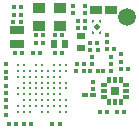
<source format=gbr>
G04 DipTrace 3.3.1.0*
G04 TopMask.gbr*
%MOMM*%
G04 #@! TF.FileFunction,Soldermask,Top*
G04 #@! TF.Part,Single*
%AMOUTLINE1*
4,1,4,
0.22003,0.17,
0.22003,-0.17,
-0.22003,-0.17,
-0.22003,0.17,
0.22003,0.17,
0*%
%AMOUTLINE4*
4,1,5,
0.105,-0.18,
0.105,0.18,
0.09852,0.18,
-0.105,-0.0209,
-0.105,-0.18,
0.105,-0.18,
0*%
%AMOUTLINE6*
4,1,4,
0.0,0.32343,
0.32343,0.0,
0.0,-0.32343,
-0.32343,0.0,
0.0,0.32343,
0*%
%AMOUTLINE9*
4,1,5,
0.105,0.18,
0.105,-0.18,
0.09852,-0.18,
-0.105,0.0209,
-0.105,0.18,
0.105,0.18,
0*%
%AMOUTLINE11*
4,1,5,
-0.105,0.18,
-0.105,-0.18,
-0.09852,-0.18,
0.105,0.0209,
0.105,0.18,
-0.105,0.18,
0*%
%AMOUTLINE13*
4,1,5,
-0.105,-0.18,
-0.105,0.18,
-0.09852,0.18,
0.105,-0.0209,
0.105,-0.18,
-0.105,-0.18,
0*%
%ADD24R,0.45X0.41*%
%ADD27R,0.41X0.45*%
%ADD30R,0.76X0.63*%
%ADD33R,0.44X0.34*%
%ADD36R,0.34X0.44*%
%ADD39R,0.63X0.76*%
%ADD42C,0.33*%
%ADD46R,0.3X0.54*%
%ADD49R,0.54X0.3*%
%ADD51R,0.76X0.76*%
%ADD65C,1.5*%
%ADD78R,1.0X0.9*%
%ADD80R,1.3X0.7*%
%ADD82R,1.0X0.8*%
%ADD101OUTLINE1*%
%ADD104OUTLINE4*%
%ADD106OUTLINE6*%
%ADD109OUTLINE9*%
%ADD111OUTLINE11*%
%ADD113OUTLINE13*%
%FSLAX35Y35*%
G04*
G71*
G90*
G75*
G01*
G04 TopMask*
%LPD*%
D24*
X224000Y1021000D3*
Y1083000D3*
X96000Y538000D3*
Y600000D3*
Y420000D3*
Y482000D3*
Y360000D3*
Y298000D3*
D27*
X488000Y92000D3*
X550000D3*
X384000Y692000D3*
X322000D3*
D24*
X96000Y236000D3*
Y174000D3*
D27*
X184000Y92000D3*
X122000D3*
X250000D3*
X312000D3*
X221000Y960000D3*
X159000D3*
X232000Y692000D3*
X170000D3*
D24*
X660000Y1032000D3*
Y1094000D3*
D27*
X349000Y844000D3*
X411000D3*
X766000Y964000D3*
X704000D3*
X766000Y904000D3*
X704000D3*
X512000Y692000D3*
X574000D3*
X512000Y844000D3*
X574000D3*
D24*
X834157Y387867D3*
Y449867D3*
D27*
X951000Y192000D3*
X889000D3*
X1036000D3*
X1098000D3*
X808000Y784000D3*
X870000D3*
D24*
X952000Y788000D3*
Y850000D3*
D27*
Y728000D3*
X1014000D3*
X1068000Y560000D3*
X1130000D3*
X759740Y600000D3*
X697740D3*
D24*
X822280Y599000D3*
Y661000D3*
D27*
X809000Y545000D3*
X871000D3*
D24*
X983863Y599000D3*
Y661000D3*
D101*
X833757Y336273D3*
X763750D3*
D30*
X728000Y836000D3*
Y740000D3*
D33*
X808000Y724000D3*
X878000D3*
D36*
X1068000Y688000D3*
Y618000D3*
D39*
X500000Y768000D3*
X596000D3*
D33*
X690000Y545000D3*
X760000D3*
X915000D3*
X985000D3*
D24*
X160000Y1021000D3*
Y1083000D3*
D27*
X411000Y776000D3*
X349000D3*
D42*
X200000Y195000D3*
Y245000D3*
Y345000D3*
Y395000D3*
Y495000D3*
Y545000D3*
Y595000D3*
X250000Y195000D3*
Y245000D3*
Y295000D3*
Y345000D3*
Y395000D3*
Y445000D3*
Y495000D3*
Y545000D3*
Y595000D3*
X300000Y195000D3*
Y245000D3*
Y295000D3*
Y345000D3*
Y395000D3*
Y445000D3*
Y495000D3*
Y545000D3*
X350000Y245000D3*
Y295000D3*
Y345000D3*
Y395000D3*
Y445000D3*
Y495000D3*
Y545000D3*
Y595000D3*
X400000Y195000D3*
Y245000D3*
Y295000D3*
Y345000D3*
Y395000D3*
Y445000D3*
Y495000D3*
Y545000D3*
Y595000D3*
X450000Y195000D3*
Y245000D3*
Y295000D3*
Y345000D3*
Y395000D3*
Y445000D3*
Y495000D3*
Y545000D3*
X500000Y245000D3*
Y295000D3*
Y345000D3*
Y395000D3*
Y445000D3*
Y495000D3*
Y545000D3*
Y595000D3*
X550000Y195000D3*
Y245000D3*
Y295000D3*
Y345000D3*
Y395000D3*
Y445000D3*
Y495000D3*
Y545000D3*
Y595000D3*
X600000Y195000D3*
Y245000D3*
Y295000D3*
Y395000D3*
Y445000D3*
Y545000D3*
Y595000D3*
D46*
X1068000Y468000D3*
X1018000D3*
X968000D3*
D49*
X925000Y425000D3*
Y375000D3*
Y325000D3*
D46*
X968000Y282000D3*
X1018000D3*
X1068000D3*
D49*
X1111000Y325000D3*
Y375000D3*
Y425000D3*
D51*
X1018000Y375000D3*
D104*
X895870Y875630D3*
D106*
X863370Y918630D3*
D109*
X895870Y961630D3*
D111*
X830870D3*
D113*
Y875630D3*
D82*
X855000Y1060000D3*
X985000D3*
D24*
X766000Y1032000D3*
Y1094000D3*
D80*
X192000Y768000D3*
Y888000D3*
D78*
X557500Y927500D3*
Y1072500D3*
X372500Y927500D3*
Y1072500D3*
D65*
X1120000Y1000000D3*
M02*

</source>
